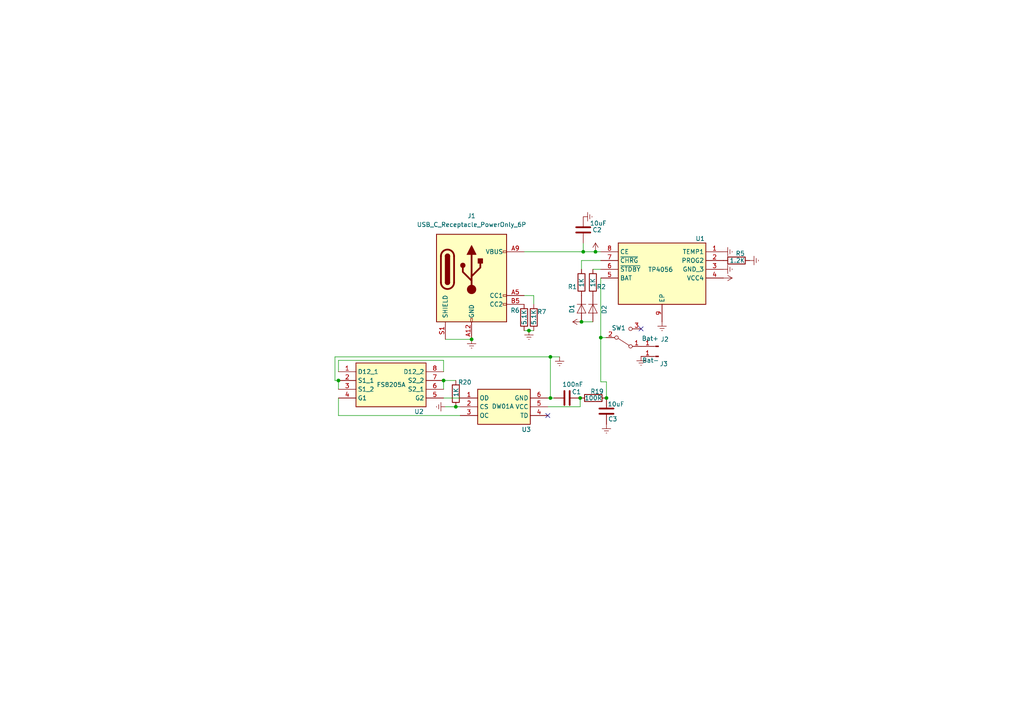
<source format=kicad_sch>
(kicad_sch (version 20230121) (generator eeschema)
  (paper "A4")
  (lib_symbols
    (symbol "Connector:Conn_01x01_Pin" (pin_names (offset 1.016) hide)
      (property "Reference" "J" (at 0 2.54 0))
      (property "Value" "Conn_01x01_Pin" (at 0 -2.54 0))
      (symbol "Conn_01x01_Pin_1_1"
        (polyline (pts (xy 1.27 0) (xy 0.8636 0)) (stroke (width 0.1524)))
        (rectangle (start 0.8636 0.127) (end 0 -0.127) (stroke (width 0.1524)) (fill (type outline)))
        (pin passive line (at 5.08 0 180) (length 3.81) (name "Pin_1") (number "1"))
      )
    )
    (symbol "Connector:USB_C_Receptacle_PowerOnly_6P" (pin_names (offset 1.016))
      (property "Reference" "J" (at 0 16.51 0))
      (property "Value" "USB_C_Receptacle_PowerOnly_6P" (at 0 13.97 0))
      (symbol "USB_C_Receptacle_PowerOnly_6P_0_0"
        (rectangle (start -0.254 -12.7) (end 0.254 -11.684))
        (rectangle (start 10.16 -7.366) (end 9.144 -7.874))
        (rectangle (start 10.16 -4.826) (end 9.144 -5.334))
        (rectangle (start 10.16 7.874) (end 9.144 7.366))
      )
      (symbol "USB_C_Receptacle_PowerOnly_6P_0_1"
        (rectangle (start -10.16 12.7) (end 10.16 -12.7) (stroke (width 0.254)) (fill (type background)))
        (arc (start -8.89 -1.27) (mid -6.985 -3.1667) (end -5.08 -1.27) (stroke (width 0.508)))
        (arc (start -7.62 -1.27) (mid -6.985 -1.9023) (end -6.35 -1.27) (stroke (width 0.254)))
        (arc (start -7.62 -1.27) (mid -6.985 -1.9023) (end -6.35 -1.27) (stroke (width 0.254)) (fill (type outline)))
        (rectangle (start -7.62 -1.27) (end -6.35 6.35) (stroke (width 0.254)) (fill (type outline)))
        (arc (start -6.35 6.35) (mid -6.985 6.9823) (end -7.62 6.35) (stroke (width 0.254)))
        (arc (start -6.35 6.35) (mid -6.985 6.9823) (end -7.62 6.35) (stroke (width 0.254)) (fill (type outline)))
        (arc (start -5.08 6.35) (mid -6.985 8.2467) (end -8.89 6.35) (stroke (width 0.508)))
        (circle (center -2.54 3.683) (radius 0.635) (stroke (width 0.254)) (fill (type outline)))
        (circle (center 0 -3.302) (radius 1.27) (fill (type outline)))
        (polyline (pts (xy -8.89 -1.27) (xy -8.89 6.35)) (stroke (width 0.508)))
        (polyline (pts (xy -5.08 6.35) (xy -5.08 -1.27)) (stroke (width 0.508)))
        (polyline (pts (xy 0 -3.302) (xy 0 6.858)) (stroke (width 0.508)))
        (polyline (pts (xy 0 -0.762) (xy -2.54 1.778) (xy -2.54 3.048)) (stroke (width 0.508)))
        (polyline (pts (xy 0 0.508) (xy 2.54 3.048) (xy 2.54 4.318)) (stroke (width 0.508)))
        (polyline (pts (xy -1.27 6.858) (xy 0 9.398) (xy 1.27 6.858) (xy -1.27 6.858)) (stroke (width 0.254)) (fill (type outline)))
        (rectangle (start 1.905 4.318) (end 3.175 5.588) (stroke (width 0.254)) (fill (type outline)))
      )
      (symbol "USB_C_Receptacle_PowerOnly_6P_1_1"
        (pin passive line (at 0 -17.78 90) (length 5.08) (name "GND") (number "A12"))
        (pin bidirectional line (at 15.24 -5.08 180) (length 5.08) (name "CC1") (number "A5"))
        (pin passive line (at 15.24 7.62 180) (length 5.08) (name "VBUS") (number "A9"))
        (pin passive line (at 0 -17.78 90) (length 5.08) hide (name "GND") (number "B12"))
        (pin bidirectional line (at 15.24 -7.62 180) (length 5.08) (name "CC2") (number "B5"))
        (pin passive line (at 15.24 7.62 180) (length 5.08) hide (name "VBUS") (number "B9"))
        (pin passive line (at -7.62 -17.78 90) (length 5.08) (name "SHIELD") (number "S1"))
      )
    )
    (symbol "DW01A:DW01A-G"
      (property "Value" "DW01A-G" (at 0 0 0))
      (property "Reference_1" "IC" (at 21.59 7.62 0))
      (property "Value_1" "DW01A-G" (at 21.59 5.08 0))
      (symbol "DW01A-G_1_1"
        (rectangle (start 5.08 2.54) (end 20.32 -7.62) (stroke (width 0.254)) (fill (type background)))
        (pin passive line (at 0 0 0) (length 5.08) (name "OD") (number "1"))
        (pin passive line (at 0 -2.54 0) (length 5.08) (name "CS") (number "2"))
        (pin passive line (at 0 -5.08 0) (length 5.08) (name "OC") (number "3"))
        (pin passive line (at 25.4 -5.08 180) (length 5.08) (name "TD") (number "4"))
        (pin passive line (at 25.4 -2.54 180) (length 5.08) (name "VCC") (number "5"))
        (pin passive line (at 25.4 0 180) (length 5.08) (name "GND") (number "6"))
      )
    )
    (symbol "Device:C" (pin_numbers hide) (pin_names (offset 0.254))
      (property "Reference" "C" (at 0.635 2.54 0))
      (property "Value" "C" (at 0.635 -2.54 0))
      (symbol "C_0_1"
        (polyline (pts (xy -2.032 -0.762) (xy 2.032 -0.762)) (stroke (width 0.508)))
        (polyline (pts (xy -2.032 0.762) (xy 2.032 0.762)) (stroke (width 0.508)))
      )
      (symbol "C_1_1"
        (pin passive line (at 0 3.81 270) (length 2.794) (name "~") (number "1"))
        (pin passive line (at 0 -3.81 90) (length 2.794) (name "~") (number "2"))
      )
    )
    (symbol "Device:R" (pin_numbers hide) (pin_names (offset 0))
      (property "Reference" "R" (at 2.032 0 90))
      (property "Value" "R" (at 0 0 90))
      (symbol "R_0_1"
        (rectangle (start -1.016 -2.54) (end 1.016 2.54) (stroke (width 0.254)))
      )
      (symbol "R_1_1"
        (pin passive line (at 0 3.81 270) (length 1.27) (name "~") (number "1"))
        (pin passive line (at 0 -3.81 90) (length 1.27) (name "~") (number "2"))
      )
    )
    (symbol "FS8205A:FS8205A"
      (property "Value" "FS8205A" (at 0 0 0))
      (property "Reference_1" "Q" (at 26.67 7.62 0))
      (property "Value_1" "FS8205A" (at 26.67 5.08 0))
      (symbol "FS8205A_1_1"
        (rectangle (start 5.08 2.54) (end 25.4 -10.16) (stroke (width 0.254)) (fill (type background)))
        (pin passive line (at 0 0 0) (length 5.08) (name "D12_1") (number "1"))
        (pin passive line (at 0 -2.54 0) (length 5.08) (name "S1_1") (number "2"))
        (pin passive line (at 0 -5.08 0) (length 5.08) (name "S1_2") (number "3"))
        (pin passive line (at 0 -7.62 0) (length 5.08) (name "G1") (number "4"))
        (pin passive line (at 30.48 -7.62 180) (length 5.08) (name "G2") (number "5"))
        (pin passive line (at 30.48 -5.08 180) (length 5.08) (name "S2_1") (number "6"))
        (pin passive line (at 30.48 -2.54 180) (length 5.08) (name "S2_2") (number "7"))
        (pin passive line (at 30.48 0 180) (length 5.08) (name "D12_2") (number "8"))
      )
    )
    (symbol "Sensor_Optical:SFH2701" (pin_numbers hide) (pin_names (offset 1.016) hide)
      (property "Value" "SFH2701" (at -0.9271 5.842 0))
      (symbol "SFH2701_0_1"
        (polyline (pts (xy -2.54 2.54) (xy -2.54 0)) (stroke (width 0.1524)))
        (polyline (pts (xy 0 1.27) (xy -2.54 1.27)))
        (polyline (pts (xy 0 2.54) (xy 0 0)))
        (polyline (pts (xy 0 2.54) (xy -2.54 1.27) (xy 0 0)))
      )
      (symbol "SFH2701_1_1"
        (pin power_out line (at -5.08 1.27 0) (length 2.54) (name "K") (number "1"))
        (pin power_in line (at 2.54 1.27 180) (length 2.54) (name "A") (number "2"))
      )
    )
    (symbol "Switch:SW_SPDT" (pin_names (offset 0) hide)
      (property "Reference" "SW" (at 0 4.318 0))
      (property "Value" "SW_SPDT" (at 0 -5.08 0))
      (symbol "SW_SPDT_0_0"
        (circle (center -2.032 0) (radius 0.508))
        (circle (center 2.032 -2.54) (radius 0.508))
      )
      (symbol "SW_SPDT_0_1"
        (polyline (pts (xy -1.524 0.254) (xy 1.651 2.286)))
        (circle (center 2.032 2.54) (radius 0.508))
      )
      (symbol "SW_SPDT_1_1"
        (pin passive line (at 5.08 2.54 180) (length 2.54) (name "A") (number "1"))
        (pin passive line (at -5.08 0 0) (length 2.54) (name "B") (number "2"))
        (pin passive line (at 5.08 -2.54 180) (length 2.54) (name "C") (number "3"))
      )
    )
    (symbol "TP4056:TP4056"
      (property "Value" "TP4056" (at 0 0 0))
      (property "Reference_1" "J" (at 31.75 7.62 0))
      (property "Value_1" "TP4056" (at 31.75 5.08 0))
      (symbol "TP4056_1_1"
        (rectangle (start 5.08 2.54) (end 30.48 -15.24) (stroke (width 0.254)) (fill (type background)))
        (pin passive line (at 0 0 0) (length 5.08) (name "TEMP1") (number "1"))
        (pin passive line (at 0 -2.54 0) (length 5.08) (name "PROG2") (number "2"))
        (pin passive line (at 0 -5.08 0) (length 5.08) (name "GND_3") (number "3"))
        (pin passive line (at 0 -7.62 0) (length 5.08) (name "VCC4") (number "4"))
        (pin passive line (at 35.56 -7.62 180) (length 5.08) (name "BAT") (number "5"))
        (pin passive line (at 35.56 -5.08 180) (length 5.08) (name "~{STDBY}") (number "6"))
        (pin passive line (at 35.56 -2.54 180) (length 5.08) (name "~{CHRG}") (number "7"))
        (pin passive line (at 35.56 0 180) (length 5.08) (name "CE") (number "8"))
        (pin passive line (at 17.78 -20.32 90) (length 5.08) (name "EP") (number "9"))
      )
    )
    (symbol "power:Earth" (power) (pin_names (offset 0))
      (symbol "Earth_0_1"
        (polyline (pts (xy -0.635 -1.905) (xy 0.635 -1.905)))
        (polyline (pts (xy -0.127 -2.54) (xy 0.127 -2.54)))
        (polyline (pts (xy 0 -1.27) (xy 0 0)))
        (polyline (pts (xy 1.27 -1.27) (xy -1.27 -1.27)))
      )
      (symbol "Earth_1_1"
        (pin power_in line (at 0 0 270) (length 0) hide (name "Earth") (number "1"))
      )
    )
    (symbol "power:VCC" (power) (pin_names (offset 0))
      (property "Value" "VCC" (at 0 3.81 0))
      (symbol "VCC_0_1"
        (polyline (pts (xy -0.762 1.27) (xy 0 2.54)))
        (polyline (pts (xy 0 0) (xy 0 2.54)))
        (polyline (pts (xy 0 2.54) (xy 0.762 1.27)))
      )
      (symbol "VCC_1_1"
        (pin power_in line (at 0 0 90) (length 0) hide (name "VCC") (number "1"))
      )
    )
  )
  (junction (at 128.651 110.363))
  (junction (at 132.207 117.983))
  (junction (at 136.779 98.425))
  (junction (at 168.275 115.443))
  (junction (at 168.656 93.345))
  (junction (at 159.639 115.443))
  (junction (at 175.895 115.443))
  (junction (at 172.72 73.025))
  (junction (at 169.164 73.025))
  (junction (at 153.416 95.885))
  (junction (at 98.171 110.363))
  (junction (at 159.639 103.505))
  (junction (at 174.244 97.917))
  (no_connect (at 158.877 120.523))
  (no_connect (at 185.928 95.377))
  (wire (pts (xy 97.155 103.505) (xy 159.639 103.505)))
  (wire (pts (xy 158.877 117.983) (xy 168.275 117.983)))
  (wire (pts (xy 153.416 95.885) (xy 154.813 95.885)))
  (wire (pts (xy 159.639 115.443) (xy 158.877 115.443)))
  (wire (pts (xy 128.651 104.521) (xy 98.171 104.521)))
  (wire (pts (xy 97.155 110.363) (xy 97.155 103.505)))
  (wire (pts (xy 133.477 115.443) (xy 128.651 115.443)))
  (wire (pts (xy 152.019 73.025) (xy 169.164 73.025)))
  (wire (pts (xy 174.244 97.917) (xy 174.244 110.744)))
  (wire (pts (xy 128.651 110.363) (xy 132.207 110.363)))
  (wire (pts (xy 159.639 103.505) (xy 159.639 115.443)))
  (wire (pts (xy 98.171 104.521) (xy 98.171 107.823)))
  (wire (pts (xy 154.813 85.725) (xy 152.019 85.725)))
  (wire (pts (xy 175.895 110.744) (xy 175.895 115.443)))
  (wire (pts (xy 129.159 117.983) (xy 132.207 117.983)))
  (wire (pts (xy 98.171 110.363) (xy 97.155 110.363)))
  (wire (pts (xy 168.656 93.345) (xy 171.958 93.345)))
  (wire (pts (xy 98.171 120.523) (xy 133.477 120.523)))
  (wire (pts (xy 172.72 73.025) (xy 174.244 73.025)))
  (wire (pts (xy 169.164 70.485) (xy 169.164 73.025)))
  (wire (pts (xy 162.306 103.505) (xy 159.639 103.505)))
  (wire (pts (xy 152.019 95.885) (xy 153.416 95.885)))
  (wire (pts (xy 174.244 75.565) (xy 168.656 75.565)))
  (wire (pts (xy 154.813 88.265) (xy 154.813 85.725)))
  (wire (pts (xy 168.275 115.443) (xy 168.275 117.983)))
  (wire (pts (xy 169.164 73.025) (xy 172.72 73.025)))
  (wire (pts (xy 128.651 107.823) (xy 128.651 104.521)))
  (wire (pts (xy 128.651 110.363) (xy 128.651 112.903)))
  (wire (pts (xy 175.768 97.917) (xy 174.244 97.917)))
  (wire (pts (xy 168.656 75.565) (xy 168.656 78.105)))
  (wire (pts (xy 174.244 80.645) (xy 174.244 97.917)))
  (wire (pts (xy 98.171 110.363) (xy 98.171 112.903)))
  (wire (pts (xy 159.639 115.443) (xy 160.655 115.443)))
  (wire (pts (xy 132.207 117.983) (xy 133.477 117.983)))
  (wire (pts (xy 174.244 110.744) (xy 175.895 110.744)))
  (wire (pts (xy 129.159 98.425) (xy 136.779 98.425)))
  (wire (pts (xy 171.958 78.105) (xy 174.244 78.105)))
  (wire (pts (xy 98.171 115.443) (xy 98.171 120.523)))
  (symbol (lib_id "Connector:Conn_01x01_Pin") (at 191.008 100.457 180) (unit 1)
    (property "Reference" "J2" (at 192.786 98.425 0))
    (property "Value" "Bat+" (at 188.595 98.171 0))
  )
  (symbol (lib_id "Device:R") (at 168.656 81.915 180) (unit 1)
    (property "Reference" "R1" (at 167.386 83.185 0) (effects (justify left)))
    (property "Value" "1K" (at 168.656 80.645 90) (effects (justify left)))
  )
  (symbol (lib_id "Sensor_Optical:SFH2701") (at 170.688 90.805 270) (unit 1)
    (property "Reference" "D2" (at 175.26 89.789 0))
    (property "Value" "LED" (effects hide))
    (property "Footprint" "LED_SMD:LED_1206_3216Metric_Castellated" (effects hide))
    (property "Datasheet" "http://www.osram-os.com/Graphics/XPic6/00201111_0.pdf/SFH%202701.pdf" (effects hide))
  )
  (symbol (lib_id "Device:C") (at 169.164 66.675 0) (mirror x) (unit 1)
    (property "Reference" "C2" (at 171.831 66.675 0) (effects (justify left)))
    (property "Value" "10uF" (at 171.069 64.77 0) (effects (justify left)))
  )
  (symbol (lib_id "power:Earth") (at 209.804 78.105 90) (mirror x) (unit 1)
    (property "Reference" "#PWR07" (effects hide))
    (property "Value" "Earth" (effects hide))
  )
  (symbol (lib_id "power:Earth") (at 169.164 62.865 90) (unit 1)
    (property "Reference" "#PWR04" (effects hide))
    (property "Value" "Earth" (effects hide))
  )
  (symbol (lib_id "FS8205A:FS8205A") (at 98.171 107.823 0) (unit 1)
    (property "Reference" "U2" (at 121.539 119.38 0))
    (property "Value" "FS8205A" (at 113.4618 111.5822 0))
    (property "Reference_1" "Q" (effects hide))
    (property "Value_1" "FS8205A" (effects hide))
    (property "Footprint_1" "SOP65P640X120-8N" (effects hide))
    (property "Datasheet_1" "http://www.ic-fortune.com/upload/Download/FS8205A-DS-12_EN.pdf" (effects hide))
    (property "Height" "1.2" (effects hide))
    (property "Manufacturer_Name" "Fortune Semiconductor Corporation" (effects hide))
    (property "Manufacturer_Part_Number" "FS8205A" (effects hide))
  )
  (symbol (lib_id "Switch:SW_SPDT") (at 180.848 97.917 0) (mirror x) (unit 1)
    (property "Reference" "SW1" (at 179.451 95.123 0))
    (property "Value" "SW_SPDT" (effects hide))
  )
  (symbol (lib_id "Device:C") (at 164.465 115.443 270) (mirror x) (unit 1)
    (property "Reference" "C1" (at 165.862 113.665 90) (effects (justify left)))
    (property "Value" "100nF" (at 163.068 111.506 90) (effects (justify left)))
  )
  (symbol (lib_id "power:Earth") (at 153.416 95.885 0) (unit 1)
    (property "Reference" "#PWR02" (effects hide))
    (property "Value" "Earth" (effects hide))
  )
  (symbol (lib_id "power:VCC") (at 209.804 80.645 270) (mirror x) (unit 1)
    (property "Reference" "#5V03" (effects hide))
    (property "Value" "VCC" (effects hide))
  )
  (symbol (lib_id "power:Earth") (at 217.424 75.565 90) (mirror x) (unit 1)
    (property "Reference" "#PWR08" (effects hide))
    (property "Value" "Earth" (effects hide))
  )
  (symbol (lib_id "Device:R") (at 152.019 92.075 180) (unit 1)
    (property "Reference" "R6" (at 150.749 90.043 0) (effects (justify left)))
    (property "Value" "5.1K" (at 152.019 89.789 90) (effects (justify left)))
  )
  (symbol (lib_id "DW01A:DW01A-G") (at 133.477 115.443 0) (unit 1)
    (property "Reference" "U3" (at 152.654 124.587 0))
    (property "Value" "DW01A" (at 145.8468 117.856 0))
    (property "Reference_1" "IC" (effects hide))
    (property "Value_1" "DW01A-G" (effects hide))
    (property "Footprint_1" "SOT95P280X135-6N" (effects hide))
    (property "Datasheet_1" "http://acoptex.com/uploads/DW01A.pdf" (effects hide))
    (property "Height" "1.35" (effects hide))
    (property "Manufacturer_Name" "Fortune Semiconductor Corporation" (effects hide))
    (property "Manufacturer_Part_Number" "DW01A-G" (effects hide))
  )
  (symbol (lib_id "power:VCC") (at 172.72 73.025 0) (mirror y) (unit 1)
    (property "Reference" "#5V02" (effects hide))
    (property "Value" "VCC" (effects hide))
  )
  (symbol (lib_id "Connector:USB_C_Receptacle_PowerOnly_6P") (at 136.779 80.645 0) (unit 1)
    (property "Reference" "J1" (at 136.779 62.611 0))
    (property "Value" "USB_C_Receptacle_PowerOnly_6P" (at 136.779 65.151 0))
    (property "Footprint" "Connector_USB:USB_C_Receptacle_GCT_USB4135-GF-A_6P_TopMnt_Horizontal" (effects hide))
    (property "Datasheet" "https://www.usb.org/sites/default/files/documents/usb_type-c.zip" (effects hide))
  )
  (symbol (lib_id "power:VCC") (at 168.656 93.345 90) (mirror x) (unit 1)
    (property "Reference" "#5V01" (effects hide))
    (property "Value" "VCC" (effects hide))
  )
  (symbol (lib_id "TP4056:TP4056") (at 209.804 73.025 0) (mirror y) (unit 1)
    (property "Reference" "U1" (at 203.073 69.215 0))
    (property "Value" "TP4056" (at 191.5922 78.1812 0))
    (property "Reference_1" "J" (effects hide))
    (property "Value_1" "TP4056" (effects hide))
    (property "Footprint_1" "SOIC127P600X175-9N" (effects hide))
    (property "Datasheet_1" "https://dlnmh9ip6v2uc.cloudfront.net/datasheets/Prototyping/TP4056.pdf" (effects hide))
    (property "Height" "1.75" (effects hide))
    (property "Manufacturer_Name" "NanJing Top Power" (effects hide))
    (property "Manufacturer_Part_Number" "TP4056" (effects hide))
  )
  (symbol (lib_id "power:Earth") (at 129.159 117.983 270) (unit 1)
    (property "Reference" "#PWR01" (effects hide))
    (property "Value" "Earth" (effects hide))
  )
  (symbol (lib_id "Device:C") (at 175.895 119.253 0) (mirror y) (unit 1)
    (property "Reference" "C3" (at 179.07 121.539 0) (effects (justify left)))
    (property "Value" "10uF" (at 181.102 117.221 0) (effects (justify left)))
  )
  (symbol (lib_id "power:Earth") (at 162.306 103.505 0) (unit 1)
    (property "Reference" "#PWR010" (effects hide))
    (property "Value" "Earth" (effects hide))
  )
  (symbol (lib_id "Connector:Conn_01x01_Pin") (at 191.008 103.378 180) (unit 1)
    (property "Reference" "J3" (at 192.532 105.537 0))
    (property "Value" "Bat-" (at 188.722 104.521 0))
  )
  (symbol (lib_id "power:Earth") (at 185.928 103.378 0) (mirror y) (unit 1)
    (property "Reference" "#PWR011" (effects hide))
    (property "Value" "Earth" (effects hide))
  )
  (symbol (lib_id "power:Earth") (at 192.024 93.345 0) (mirror y) (unit 1)
    (property "Reference" "#PWR05" (effects hide))
    (property "Value" "Earth" (effects hide))
  )
  (symbol (lib_id "Device:R") (at 132.207 114.173 0) (mirror y) (unit 1)
    (property "Reference" "R20" (at 136.779 110.871 0) (effects (justify left)))
    (property "Value" "1K" (at 132.2832 115.1636 90) (effects (justify left)))
  )
  (symbol (lib_id "power:Earth") (at 175.895 123.063 0) (unit 1)
    (property "Reference" "#PWR03" (effects hide))
    (property "Value" "Earth" (effects hide))
  )
  (symbol (lib_id "power:Earth") (at 136.779 98.425 0) (unit 1)
    (property "Reference" "#PWR09" (effects hide))
    (property "Value" "Earth" (effects hide))
  )
  (symbol (lib_id "Sensor_Optical:SFH2701") (at 167.386 90.805 270) (unit 1)
    (property "Reference" "D1" (at 165.862 89.535 0))
    (property "Value" "LED" (effects hide))
    (property "Footprint" "LED_SMD:LED_1206_3216Metric_Castellated" (effects hide))
    (property "Datasheet" "http://www.osram-os.com/Graphics/XPic6/00201111_0.pdf/SFH%202701.pdf" (effects hide))
  )
  (symbol (lib_id "Device:R") (at 172.085 115.443 90) (mirror x) (unit 1)
    (property "Reference" "R19" (at 175.133 113.538 90) (effects (justify left)))
    (property "Value" "100R" (at 174.625 115.443 90) (effects (justify left)))
  )
  (symbol (lib_id "Device:R") (at 213.614 75.565 270) (unit 1)
    (property "Reference" "R5" (at 213.36 73.533 90) (effects (justify left)))
    (property "Value" "1.2K" (at 211.582 75.565 90) (effects (justify left)))
  )
  (symbol (lib_id "Device:R") (at 154.813 92.075 180) (unit 1)
    (property "Reference" "R7" (at 158.496 90.424 0) (effects (justify left)))
    (property "Value" "5.1K" (at 154.813 89.789 90) (effects (justify left)))
  )
  (symbol (lib_id "Device:R") (at 171.958 81.915 180) (unit 1)
    (property "Reference" "R2" (at 175.768 83.185 0) (effects (justify left)))
    (property "Value" "1K" (at 171.958 80.645 90) (effects (justify left)))
  )
  (symbol (lib_id "power:Earth") (at 209.804 73.025 90) (mirror x) (unit 1)
    (property "Reference" "#PWR06" (effects hide))
    (property "Value" "Earth" (effects hide))
  )
)
</source>
